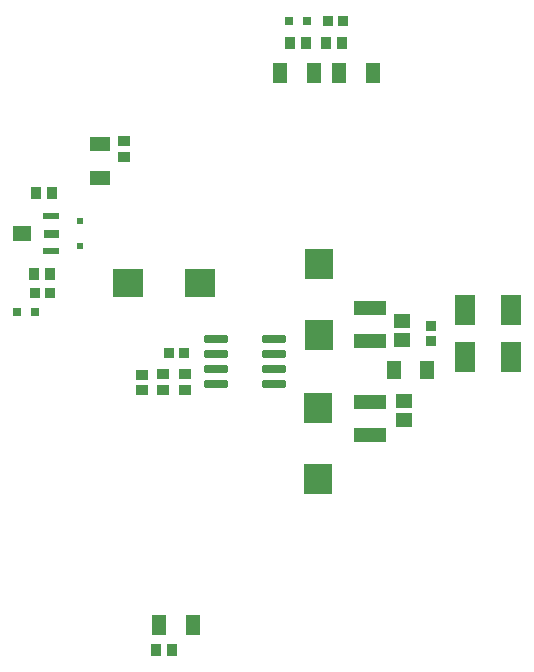
<source format=gtp>
G04*
G04 #@! TF.GenerationSoftware,Altium Limited,Altium Designer,21.1.1 (26)*
G04*
G04 Layer_Color=8421504*
%FSLAX25Y25*%
%MOIN*%
G70*
G04*
G04 #@! TF.SameCoordinates,8D04C4F7-E2C1-42FD-A476-B4637558DBC3*
G04*
G04*
G04 #@! TF.FilePolarity,Positive*
G04*
G01*
G75*
%ADD26R,0.05512X0.02244*%
%ADD27R,0.06693X0.09843*%
%ADD28R,0.04724X0.06496*%
%ADD29R,0.03347X0.03740*%
%ADD30R,0.03150X0.03150*%
%ADD31R,0.09646X0.10039*%
%ADD32R,0.03543X0.03937*%
%ADD33R,0.01968X0.01968*%
%ADD34R,0.03937X0.03543*%
%ADD35R,0.05512X0.05118*%
%ADD36R,0.03740X0.03347*%
%ADD37R,0.10630X0.05118*%
%ADD38R,0.10039X0.09646*%
G04:AMPARAMS|DCode=39|XSize=77.56mil|YSize=23.62mil|CornerRadius=2.95mil|HoleSize=0mil|Usage=FLASHONLY|Rotation=0.000|XOffset=0mil|YOffset=0mil|HoleType=Round|Shape=RoundedRectangle|*
%AMROUNDEDRECTD39*
21,1,0.07756,0.01772,0,0,0.0*
21,1,0.07165,0.02362,0,0,0.0*
1,1,0.00591,0.03583,-0.00886*
1,1,0.00591,-0.03583,-0.00886*
1,1,0.00591,-0.03583,0.00886*
1,1,0.00591,0.03583,0.00886*
%
%ADD39ROUNDEDRECTD39*%
%ADD40R,0.05118X0.07087*%
%ADD41R,0.07087X0.05118*%
G36*
X93009Y205790D02*
X99111D01*
Y200810D01*
X93009D01*
Y205790D01*
D02*
G37*
G36*
X103540Y204579D02*
X108363D01*
Y202021D01*
X103540D01*
Y204579D01*
D02*
G37*
D26*
X105607Y197395D02*
D03*
Y209206D02*
D03*
D27*
X259100Y177974D02*
D03*
Y162226D02*
D03*
X243700Y177974D02*
D03*
Y162226D02*
D03*
D28*
X231000Y158000D02*
D03*
X219976D02*
D03*
D29*
X203159Y274100D02*
D03*
X198041D02*
D03*
X105559Y183400D02*
D03*
X100441D02*
D03*
X145100Y163400D02*
D03*
X150218D02*
D03*
D30*
X190905Y274100D02*
D03*
X185000D02*
D03*
X94547Y177200D02*
D03*
X100453D02*
D03*
D31*
X195100Y193309D02*
D03*
Y169491D02*
D03*
X194800Y121491D02*
D03*
Y145309D02*
D03*
D32*
X100100Y189900D02*
D03*
X105415D02*
D03*
X202600Y266900D02*
D03*
X197285D02*
D03*
X140685Y64500D02*
D03*
X146000D02*
D03*
X185285Y266900D02*
D03*
X190600D02*
D03*
X105957Y217000D02*
D03*
X100643D02*
D03*
D33*
X115300Y207434D02*
D03*
Y199166D02*
D03*
D34*
X143000Y156400D02*
D03*
Y151085D02*
D03*
X150400Y151143D02*
D03*
Y156457D02*
D03*
X136100Y156358D02*
D03*
Y151042D02*
D03*
X130200Y228842D02*
D03*
Y234157D02*
D03*
D35*
X222800Y168001D02*
D03*
Y174300D02*
D03*
X223300Y141101D02*
D03*
Y147400D02*
D03*
D36*
X232500Y172618D02*
D03*
Y167500D02*
D03*
D37*
X211900Y178612D02*
D03*
Y167588D02*
D03*
X212100Y147100D02*
D03*
Y136076D02*
D03*
D38*
X131491Y186900D02*
D03*
X155309D02*
D03*
D39*
X180224Y168100D02*
D03*
Y163100D02*
D03*
Y158100D02*
D03*
Y153100D02*
D03*
X160776D02*
D03*
Y158100D02*
D03*
Y163100D02*
D03*
Y168100D02*
D03*
D40*
X153000Y73000D02*
D03*
X141583D02*
D03*
X193417Y257000D02*
D03*
X182000D02*
D03*
X213000D02*
D03*
X201583D02*
D03*
D41*
X122000Y233300D02*
D03*
Y221883D02*
D03*
M02*

</source>
